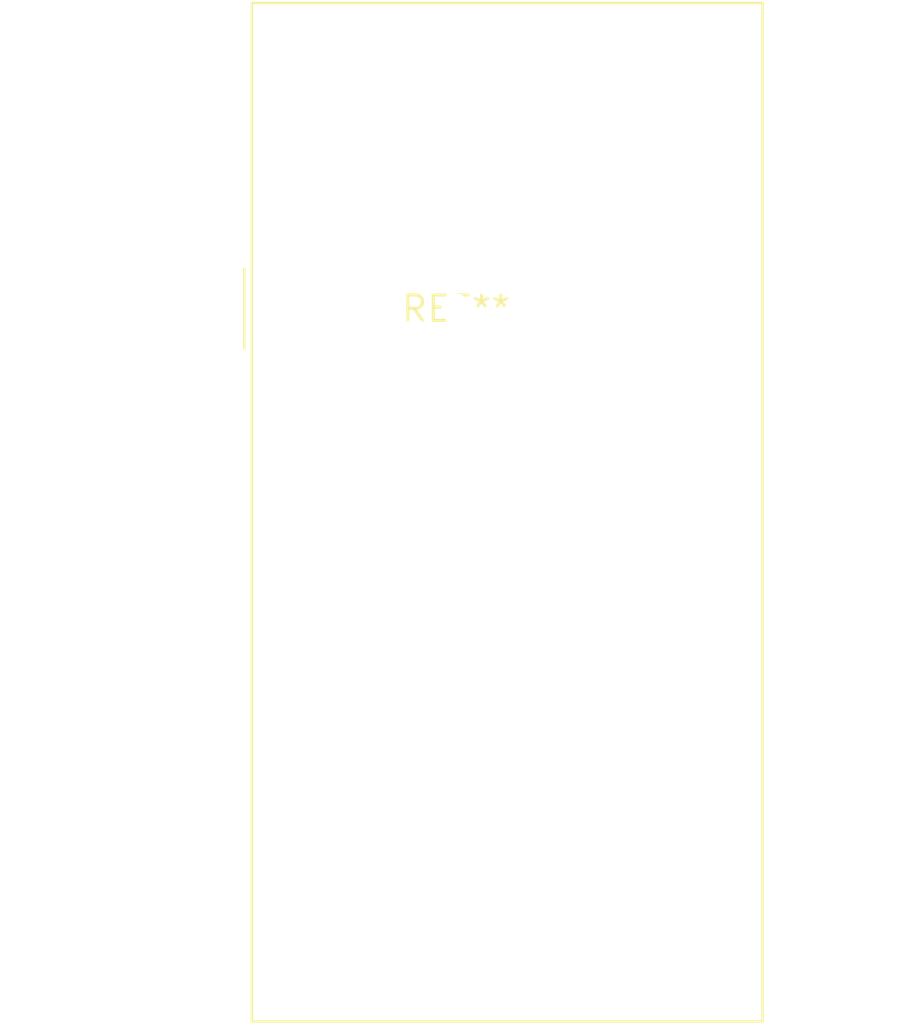
<source format=kicad_pcb>
(kicad_pcb (version 20240108) (generator pcbnew)
  (layers (0 "F.Cu" signal) (31 "B.Cu" signal) (34 "B.Paste" user) (35 "F.Paste" user) (36 "B.SilkS" user "B.Silkscreen") (37 "F.SilkS" user "F.Silkscreen") (38 "B.Mask" user) (39 "F.Mask" user) (44 "Edge.Cuts" user))
  (net 0 "")
  (footprint "Converter_DCDC_TRACO_TEN10-xxxx_Single_THT" (layer "F.Cu") (at 0 0)
    (property "Reference" "REF**")
    (property "Value" "Converter_DCDC_TRACO_TEN10-xxxx_Single_THT")
    (fp_line (start -10.62 -2) (end -10.62 2) (layer "F.SilkS") (stroke (width 0.12)))
    (fp_line (start -10.24 -15.32) (end 15.36 -15.32) (layer "F.SilkS") (stroke (width 0.12)))
    (fp_line (start -10.24 35.72) (end -10.24 -15.32) (layer "F.SilkS") (stroke (width 0.12)))
    (fp_line (start 15.36 -15.32) (end 15.36 35.72) (layer "F.SilkS") (stroke (width 0.12)))
    (fp_line (start 15.36 35.72) (end -10.24 35.72) (layer "F.SilkS") (stroke (width 0.12)))
    (pad "1" thru_hole rect (at 0 0 90) (size 6 2.5) (drill 1.5) (layers *.Cu *.Mask) (remove_unused_layers))
    (pad "2" thru_hole oval (at 5.08 0 90) (size 6 2.5) (drill 1.5) (layers *.Cu *.Mask) (remove_unused_layers))
    (pad "3" thru_hole oval (at -7.62 20.32 90) (size 6 2.5) (drill 1.5) (layers *.Cu *.Mask) (remove_unused_layers))
    (pad "5" thru_hole oval (at 12.7 20.32 90) (size 6 2.5) (drill 1.5) (layers *.Cu *.Mask) (remove_unused_layers))
  )
)
</source>
